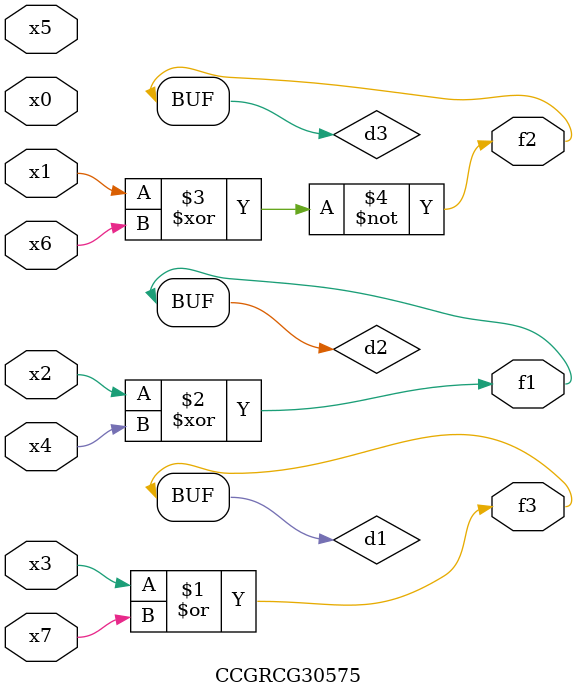
<source format=v>
module CCGRCG30575(
	input x0, x1, x2, x3, x4, x5, x6, x7,
	output f1, f2, f3
);

	wire d1, d2, d3;

	or (d1, x3, x7);
	xor (d2, x2, x4);
	xnor (d3, x1, x6);
	assign f1 = d2;
	assign f2 = d3;
	assign f3 = d1;
endmodule

</source>
